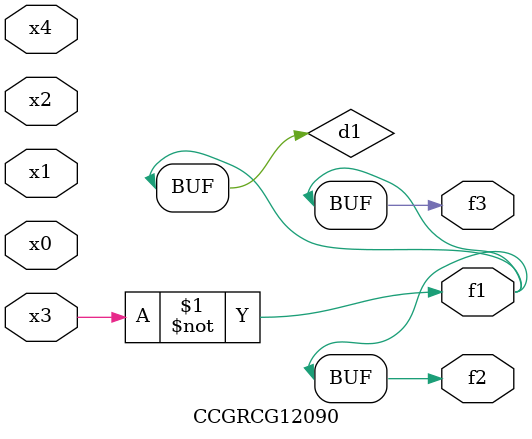
<source format=v>
module CCGRCG12090(
	input x0, x1, x2, x3, x4,
	output f1, f2, f3
);

	wire d1, d2;

	xnor (d1, x3);
	not (d2, x1);
	assign f1 = d1;
	assign f2 = d1;
	assign f3 = d1;
endmodule

</source>
